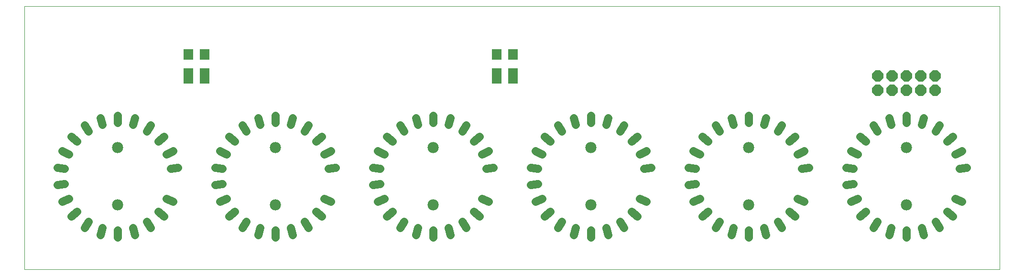
<source format=gbs>
G75*
%MOIN*%
%OFA0B0*%
%FSLAX24Y24*%
%IPPOS*%
%LPD*%
%AMOC8*
5,1,8,0,0,1.08239X$1,22.5*
%
%ADD10C,0.0000*%
%ADD11C,0.0555*%
%ADD12C,0.0780*%
%ADD13R,0.0670X0.0749*%
%ADD14R,0.0670X0.1103*%
%ADD15OC8,0.0780*%
D10*
X000180Y000180D02*
X000180Y018550D01*
X068172Y018550D01*
X068172Y000180D01*
X000180Y000180D01*
D11*
X006680Y002423D02*
X006680Y002937D01*
X005625Y003089D02*
X005481Y002595D01*
X004378Y003098D02*
X004657Y003532D01*
X003852Y004229D02*
X003462Y003892D01*
X002807Y004912D02*
X003276Y005125D01*
X002976Y006147D02*
X002466Y006074D01*
X002466Y007286D02*
X002976Y007213D01*
X003276Y008235D02*
X002807Y008448D01*
X003462Y009468D02*
X003852Y009131D01*
X004657Y009828D02*
X004378Y010262D01*
X005481Y010765D02*
X005625Y010271D01*
X006680Y010423D02*
X006680Y010937D01*
X007879Y010765D02*
X007735Y010271D01*
X008703Y009828D02*
X008982Y010262D01*
X009898Y009468D02*
X009508Y009131D01*
X010084Y008235D02*
X010553Y008448D01*
X013807Y008448D02*
X014276Y008235D01*
X014852Y009131D02*
X014462Y009468D01*
X015378Y010262D02*
X015657Y009828D01*
X016625Y010271D02*
X016481Y010765D01*
X017680Y010937D02*
X017680Y010423D01*
X018735Y010271D02*
X018879Y010765D01*
X019982Y010262D02*
X019703Y009828D01*
X020508Y009131D02*
X020898Y009468D01*
X021553Y008448D02*
X021084Y008235D01*
X021384Y007213D02*
X021894Y007286D01*
X024466Y007286D02*
X024976Y007213D01*
X025276Y008235D02*
X024807Y008448D01*
X025462Y009468D02*
X025852Y009131D01*
X026657Y009828D02*
X026378Y010262D01*
X027481Y010765D02*
X027625Y010271D01*
X028680Y010423D02*
X028680Y010937D01*
X029879Y010765D02*
X029735Y010271D01*
X030703Y009828D02*
X030982Y010262D01*
X031898Y009468D02*
X031508Y009131D01*
X032084Y008235D02*
X032553Y008448D01*
X035807Y008448D02*
X036276Y008235D01*
X036852Y009131D02*
X036462Y009468D01*
X037378Y010262D02*
X037657Y009828D01*
X038625Y010271D02*
X038481Y010765D01*
X039680Y010937D02*
X039680Y010423D01*
X040735Y010271D02*
X040879Y010765D01*
X041982Y010262D02*
X041703Y009828D01*
X042508Y009131D02*
X042898Y009468D01*
X043553Y008448D02*
X043084Y008235D01*
X043384Y007213D02*
X043894Y007286D01*
X046466Y007286D02*
X046976Y007213D01*
X047276Y008235D02*
X046807Y008448D01*
X047462Y009468D02*
X047852Y009131D01*
X048657Y009828D02*
X048378Y010262D01*
X049481Y010765D02*
X049625Y010271D01*
X050680Y010423D02*
X050680Y010937D01*
X051879Y010765D02*
X051735Y010271D01*
X052703Y009828D02*
X052982Y010262D01*
X053898Y009468D02*
X053508Y009131D01*
X054084Y008235D02*
X054553Y008448D01*
X057807Y008448D02*
X058276Y008235D01*
X058852Y009131D02*
X058462Y009468D01*
X059378Y010262D02*
X059657Y009828D01*
X060625Y010271D02*
X060481Y010765D01*
X061680Y010937D02*
X061680Y010423D01*
X062735Y010271D02*
X062879Y010765D01*
X063982Y010262D02*
X063703Y009828D01*
X064508Y009131D02*
X064898Y009468D01*
X065553Y008448D02*
X065084Y008235D01*
X065384Y007213D02*
X065894Y007286D01*
X065084Y005125D02*
X065553Y004912D01*
X064898Y003892D02*
X064508Y004229D01*
X063703Y003532D02*
X063982Y003098D01*
X062879Y002595D02*
X062735Y003089D01*
X061680Y002937D02*
X061680Y002423D01*
X060481Y002595D02*
X060625Y003089D01*
X059657Y003532D02*
X059378Y003098D01*
X058462Y003892D02*
X058852Y004229D01*
X058276Y005125D02*
X057807Y004912D01*
X054553Y004912D02*
X054084Y005125D01*
X053508Y004229D02*
X053898Y003892D01*
X052982Y003098D02*
X052703Y003532D01*
X051735Y003089D02*
X051879Y002595D01*
X050680Y002423D02*
X050680Y002937D01*
X049625Y003089D02*
X049481Y002595D01*
X048378Y003098D02*
X048657Y003532D01*
X047852Y004229D02*
X047462Y003892D01*
X046807Y004912D02*
X047276Y005125D01*
X046976Y006147D02*
X046466Y006074D01*
X043553Y004912D02*
X043084Y005125D01*
X042508Y004229D02*
X042898Y003892D01*
X041982Y003098D02*
X041703Y003532D01*
X040735Y003089D02*
X040879Y002595D01*
X039680Y002423D02*
X039680Y002937D01*
X038625Y003089D02*
X038481Y002595D01*
X037378Y003098D02*
X037657Y003532D01*
X036852Y004229D02*
X036462Y003892D01*
X035807Y004912D02*
X036276Y005125D01*
X035976Y006147D02*
X035466Y006074D01*
X032553Y004912D02*
X032084Y005125D01*
X031508Y004229D02*
X031898Y003892D01*
X030982Y003098D02*
X030703Y003532D01*
X029735Y003089D02*
X029879Y002595D01*
X028680Y002423D02*
X028680Y002937D01*
X027625Y003089D02*
X027481Y002595D01*
X026378Y003098D02*
X026657Y003532D01*
X025852Y004229D02*
X025462Y003892D01*
X024807Y004912D02*
X025276Y005125D01*
X024976Y006147D02*
X024466Y006074D01*
X021553Y004912D02*
X021084Y005125D01*
X020508Y004229D02*
X020898Y003892D01*
X019982Y003098D02*
X019703Y003532D01*
X018735Y003089D02*
X018879Y002595D01*
X017680Y002423D02*
X017680Y002937D01*
X016625Y003089D02*
X016481Y002595D01*
X015378Y003098D02*
X015657Y003532D01*
X014852Y004229D02*
X014462Y003892D01*
X013807Y004912D02*
X014276Y005125D01*
X013976Y006147D02*
X013466Y006074D01*
X010553Y004912D02*
X010084Y005125D01*
X009508Y004229D02*
X009898Y003892D01*
X008982Y003098D02*
X008703Y003532D01*
X007735Y003089D02*
X007879Y002595D01*
X010384Y007213D02*
X010894Y007286D01*
X013466Y007286D02*
X013976Y007213D01*
X032384Y007213D02*
X032894Y007286D01*
X035466Y007286D02*
X035976Y007213D01*
X054384Y007213D02*
X054894Y007286D01*
X057466Y007286D02*
X057976Y007213D01*
X057976Y006147D02*
X057466Y006074D01*
D12*
X061680Y004680D03*
X050680Y004680D03*
X039680Y004680D03*
X028680Y004680D03*
X017680Y004680D03*
X006680Y004680D03*
X006680Y008680D03*
X017680Y008680D03*
X028680Y008680D03*
X039680Y008680D03*
X050680Y008680D03*
X061680Y008680D03*
D13*
X034231Y015180D03*
X033129Y015180D03*
X012731Y015180D03*
X011629Y015180D03*
D14*
X011629Y013680D03*
X012731Y013680D03*
X033129Y013680D03*
X034231Y013680D03*
D15*
X059680Y013680D03*
X060680Y013680D03*
X061680Y013680D03*
X062680Y013680D03*
X063680Y013680D03*
X063680Y012680D03*
X062680Y012680D03*
X061680Y012680D03*
X060680Y012680D03*
X059680Y012680D03*
M02*

</source>
